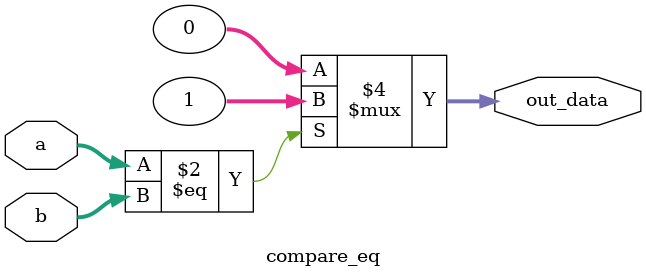
<source format=sv>
module compare_eq (
    input           [31:0]  a,
    input           [31:0]  b,
    output  logic   [31:0]  out_data
);

always_comb begin
    if (a == b)
        out_data = 32'h00000001;
    else 
        out_data = 32'h00000000;
    end
endmodule : compare_eq

</source>
